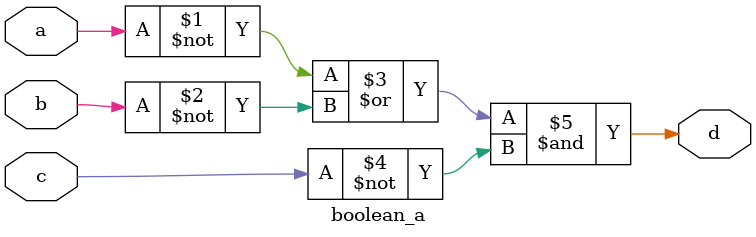
<source format=v>
`timescale 1ns / 1ps

module boolean_a(a,b,c,d);
    input a,b,c;
    output d;
    assign d = (~a|~b)&~c;
endmodule

</source>
